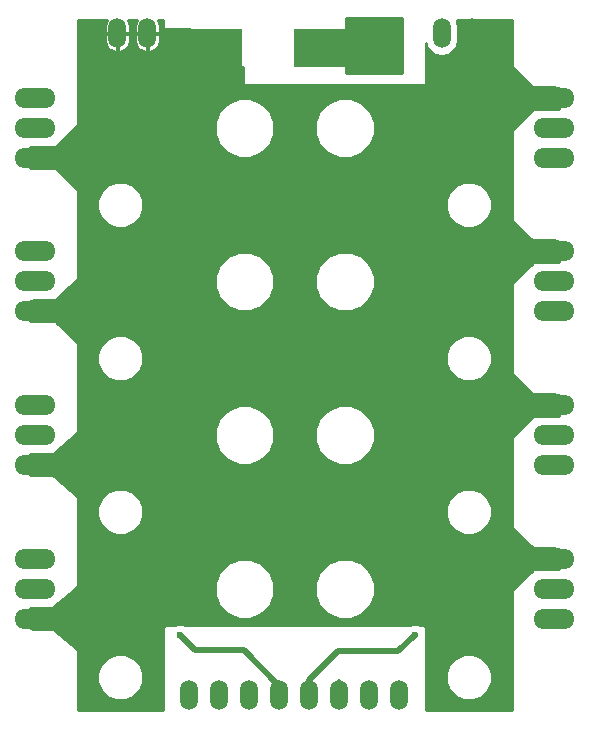
<source format=gbr>
G04 #@! TF.FileFunction,Copper,L2,Bot,Signal*
%FSLAX46Y46*%
G04 Gerber Fmt 4.6, Leading zero omitted, Abs format (unit mm)*
G04 Created by KiCad (PCBNEW 4.0.4-stable) date 08/22/17 11:56:14*
%MOMM*%
%LPD*%
G01*
G04 APERTURE LIST*
%ADD10C,0.100000*%
%ADD11O,3.500120X1.699260*%
%ADD12O,1.520000X2.520000*%
%ADD13R,4.500000X3.300000*%
%ADD14C,0.600000*%
%ADD15C,0.250000*%
%ADD16C,2.000000*%
%ADD17C,0.350000*%
%ADD18C,0.500000*%
%ADD19C,0.254000*%
G04 APERTURE END LIST*
D10*
D11*
X177000000Y-80000000D03*
X177000000Y-82540000D03*
X177000000Y-77460000D03*
X133000000Y-80000000D03*
X133000000Y-77460000D03*
X133000000Y-82540000D03*
D12*
X140000000Y-72000000D03*
X142540000Y-72000000D03*
X170000000Y-72000000D03*
X167460000Y-72000000D03*
D11*
X177000000Y-119000000D03*
X177000000Y-121540000D03*
X177000000Y-116460000D03*
X177000000Y-106000000D03*
X177000000Y-108540000D03*
X177000000Y-103460000D03*
X177000000Y-93000000D03*
X177000000Y-95540000D03*
X177000000Y-90460000D03*
X133000000Y-93000000D03*
X133000000Y-90460000D03*
X133000000Y-95540000D03*
X133000000Y-106000000D03*
X133000000Y-103460000D03*
X133000000Y-108540000D03*
X133000000Y-119000000D03*
X133000000Y-116460000D03*
X133000000Y-121540000D03*
D12*
X146100000Y-128000000D03*
X148640000Y-128000000D03*
X151180000Y-128000000D03*
X153720000Y-128000000D03*
X156260000Y-128000000D03*
X158800000Y-128000000D03*
X161340000Y-128000000D03*
X163880000Y-128000000D03*
D13*
X157150000Y-73250000D03*
X148350000Y-73250000D03*
D14*
X142900000Y-77500000D03*
X142000000Y-77500000D03*
X141100000Y-77500000D03*
X141900000Y-93000000D03*
X141900000Y-106100000D03*
X141900000Y-119100000D03*
X168100000Y-119100000D03*
X169000000Y-119100000D03*
X169900000Y-119100000D03*
X168100000Y-80000000D03*
X169000000Y-80000000D03*
X169900000Y-80000000D03*
X168100000Y-93100000D03*
X169000000Y-93100000D03*
X169900000Y-93100000D03*
X168100000Y-106100000D03*
X169000000Y-106100000D03*
X169900000Y-106100000D03*
X140100000Y-93000000D03*
X141000000Y-93000000D03*
X141000000Y-106100000D03*
X140100000Y-106100000D03*
X140100000Y-119100000D03*
X141000000Y-119100000D03*
X163750000Y-75000000D03*
X163750000Y-74000000D03*
X163750000Y-73000000D03*
X163750000Y-72000000D03*
X163750000Y-71000000D03*
X159750000Y-71000000D03*
X160750000Y-71000000D03*
X161750000Y-71000000D03*
X162750000Y-71000000D03*
X159750000Y-75000000D03*
X161750000Y-75000000D03*
X160750000Y-75000000D03*
X162750000Y-75000000D03*
X162750000Y-73000000D03*
X161750000Y-73000000D03*
X160750000Y-73000000D03*
X159750000Y-73000000D03*
X159750000Y-74000000D03*
X160750000Y-74000000D03*
X161750000Y-74000000D03*
X162750000Y-74000000D03*
X159750000Y-72000000D03*
X160750000Y-72000000D03*
X161750000Y-72000000D03*
X162750000Y-72000000D03*
X165200000Y-122900000D03*
X145300000Y-122900000D03*
D15*
X142000000Y-77500000D02*
X142900000Y-77500000D01*
X142000000Y-77500000D02*
X141100000Y-77500000D01*
X141000000Y-93000000D02*
X141900000Y-93000000D01*
X141000000Y-106100000D02*
X141900000Y-106100000D01*
X141000000Y-119100000D02*
X141900000Y-119100000D01*
X169000000Y-119100000D02*
X168100000Y-119100000D01*
X169000000Y-119100000D02*
X169900000Y-119100000D01*
X169000000Y-80000000D02*
X168100000Y-80000000D01*
X169000000Y-80000000D02*
X169900000Y-80000000D01*
X169000000Y-93100000D02*
X168100000Y-93100000D01*
X169000000Y-93100000D02*
X169900000Y-93100000D01*
X169000000Y-106100000D02*
X168100000Y-106100000D01*
X169000000Y-106100000D02*
X169900000Y-106100000D01*
D16*
X133000000Y-82540000D02*
X137710000Y-82540000D01*
X137710000Y-82540000D02*
X137750000Y-82500000D01*
D15*
X141000000Y-93000000D02*
X140100000Y-93000000D01*
X141000000Y-106100000D02*
X142000000Y-106100000D01*
X141000000Y-106100000D02*
X140100000Y-106100000D01*
X141000000Y-106100000D02*
X142000000Y-106100000D01*
X141000000Y-119100000D02*
X140100000Y-119100000D01*
X148350000Y-73250000D02*
X146000000Y-73250000D01*
X144750000Y-72000000D02*
X142540000Y-72000000D01*
X146000000Y-73250000D02*
X144750000Y-72000000D01*
D16*
X177000000Y-77460000D02*
X172290000Y-77460000D01*
X172290000Y-77460000D02*
X172250000Y-77500000D01*
X133000000Y-108540000D02*
X137210000Y-108540000D01*
X137210000Y-108540000D02*
X137250000Y-108500000D01*
X133000000Y-121540000D02*
X137960000Y-121540000D01*
X137960000Y-121540000D02*
X138000000Y-121500000D01*
X177000000Y-116460000D02*
X172290000Y-116460000D01*
X172290000Y-116460000D02*
X172250000Y-116500000D01*
X177000000Y-103460000D02*
X172460000Y-103460000D01*
X172460000Y-103460000D02*
X172250000Y-103250000D01*
X177000000Y-90460000D02*
X172540000Y-90460000D01*
X172540000Y-90460000D02*
X172500000Y-90500000D01*
X133000000Y-95540000D02*
X137460000Y-95540000D01*
X137460000Y-95540000D02*
X137500000Y-95500000D01*
D17*
X162750000Y-71000000D02*
X163750000Y-71000000D01*
X163750000Y-74000000D02*
X163750000Y-75000000D01*
X163750000Y-72000000D02*
X163750000Y-73000000D01*
X162750000Y-72000000D02*
X162750000Y-71000000D01*
X161750000Y-71000000D02*
X160750000Y-71000000D01*
D15*
X161750000Y-75000000D02*
X160750000Y-75000000D01*
X162750000Y-72000000D02*
X162750000Y-73000000D01*
X161750000Y-73000000D02*
X160750000Y-73000000D01*
X159750000Y-73000000D02*
X159750000Y-74000000D01*
X160750000Y-74000000D02*
X161750000Y-74000000D01*
X162750000Y-74000000D02*
X162750000Y-75000000D01*
X157150000Y-73500000D02*
X158250000Y-73500000D01*
X158250000Y-73500000D02*
X159750000Y-72000000D01*
X160750000Y-72000000D02*
X161750000Y-72000000D01*
D18*
X158800000Y-128000000D02*
X158800000Y-127200000D01*
X158800000Y-128000000D02*
X158800000Y-126950000D01*
X156260000Y-128000000D02*
X156260000Y-126740000D01*
X156260000Y-126740000D02*
X158700000Y-124300000D01*
X163800000Y-124300000D02*
X165200000Y-122900000D01*
X158700000Y-124300000D02*
X163800000Y-124300000D01*
X156260000Y-128000000D02*
X156260000Y-127490000D01*
X153720000Y-128000000D02*
X153720000Y-127220000D01*
X153720000Y-127220000D02*
X150700000Y-124200000D01*
X146600000Y-124200000D02*
X145300000Y-122900000D01*
X150700000Y-124200000D02*
X146600000Y-124200000D01*
X153720000Y-126970000D02*
X153720000Y-128000000D01*
X151180000Y-128000000D02*
X151180000Y-127430000D01*
D19*
G36*
X164123000Y-75373000D02*
X159377000Y-75373000D01*
X159377000Y-70710000D01*
X164123000Y-70710000D01*
X164123000Y-75373000D01*
X164123000Y-75373000D01*
G37*
X164123000Y-75373000D02*
X159377000Y-75373000D01*
X159377000Y-70710000D01*
X164123000Y-70710000D01*
X164123000Y-75373000D01*
G36*
X139002507Y-71059332D02*
X138909800Y-71474600D01*
X138909800Y-71974600D01*
X139974600Y-71974600D01*
X139974600Y-71954600D01*
X140025400Y-71954600D01*
X140025400Y-71974600D01*
X141090200Y-71974600D01*
X141090200Y-71474600D01*
X140997493Y-71059332D01*
X140869421Y-70877000D01*
X141670579Y-70877000D01*
X141542507Y-71059332D01*
X141449800Y-71474600D01*
X141449800Y-71974600D01*
X142514600Y-71974600D01*
X142514600Y-71954600D01*
X142565400Y-71954600D01*
X142565400Y-71974600D01*
X143630200Y-71974600D01*
X143630200Y-71474600D01*
X143537493Y-71059332D01*
X143409421Y-70877000D01*
X143873000Y-70877000D01*
X143873000Y-71500000D01*
X143883006Y-71549410D01*
X143911447Y-71591035D01*
X143953841Y-71618315D01*
X144000000Y-71627000D01*
X146123000Y-71627000D01*
X146123000Y-74750000D01*
X146133006Y-74799410D01*
X146161447Y-74841035D01*
X146203841Y-74868315D01*
X146250000Y-74877000D01*
X150623000Y-74877000D01*
X150623000Y-76250000D01*
X150633006Y-76299410D01*
X150661447Y-76341035D01*
X150703841Y-76368315D01*
X150750000Y-76377000D01*
X166000000Y-76377000D01*
X166049410Y-76366994D01*
X166091035Y-76338553D01*
X166118315Y-76296159D01*
X166127000Y-76250000D01*
X166127000Y-72848820D01*
X166171188Y-73070968D01*
X166473586Y-73523539D01*
X166926157Y-73825937D01*
X167460000Y-73932125D01*
X167993843Y-73825937D01*
X168446414Y-73523539D01*
X168748812Y-73070968D01*
X168855000Y-72537125D01*
X168855000Y-71462875D01*
X168748812Y-70929032D01*
X168714045Y-70877000D01*
X173373000Y-70877000D01*
X173373000Y-74750000D01*
X173383006Y-74799410D01*
X173410197Y-74839803D01*
X175160197Y-76589803D01*
X175202211Y-76617666D01*
X175250000Y-76627000D01*
X177373000Y-76627000D01*
X177373000Y-78373000D01*
X175250000Y-78373000D01*
X175200590Y-78383006D01*
X175160197Y-78410197D01*
X173410197Y-80160197D01*
X173382334Y-80202211D01*
X173373000Y-80250000D01*
X173373000Y-87750000D01*
X173383006Y-87799410D01*
X173410197Y-87839803D01*
X175160197Y-89589803D01*
X175202211Y-89617666D01*
X175250000Y-89627000D01*
X177373000Y-89627000D01*
X177373000Y-91373000D01*
X175250000Y-91373000D01*
X175200590Y-91383006D01*
X175160197Y-91410197D01*
X173410197Y-93160197D01*
X173382334Y-93202211D01*
X173373000Y-93250000D01*
X173373000Y-100750000D01*
X173383006Y-100799410D01*
X173410197Y-100839803D01*
X175160197Y-102589803D01*
X175202211Y-102617666D01*
X175250000Y-102627000D01*
X177373000Y-102627000D01*
X177373000Y-104373000D01*
X175250000Y-104373000D01*
X175200590Y-104383006D01*
X175160197Y-104410197D01*
X173410197Y-106160197D01*
X173382334Y-106202211D01*
X173373000Y-106250000D01*
X173373000Y-113750000D01*
X173383006Y-113799410D01*
X173410197Y-113839803D01*
X175160197Y-115589803D01*
X175202211Y-115617666D01*
X175250000Y-115627000D01*
X177373000Y-115627000D01*
X177373000Y-117373000D01*
X175250000Y-117373000D01*
X175200590Y-117383006D01*
X175160197Y-117410197D01*
X173410197Y-119160197D01*
X173382334Y-119202211D01*
X173373000Y-119250000D01*
X173373000Y-129290000D01*
X166127000Y-129290000D01*
X166127000Y-126883207D01*
X167814665Y-126883207D01*
X168108630Y-127594658D01*
X168652479Y-128139457D01*
X169363416Y-128434663D01*
X170133207Y-128435335D01*
X170844658Y-128141370D01*
X171389457Y-127597521D01*
X171684663Y-126886584D01*
X171685335Y-126116793D01*
X171391370Y-125405342D01*
X170847521Y-124860543D01*
X170136584Y-124565337D01*
X169366793Y-124564665D01*
X168655342Y-124858630D01*
X168110543Y-125402479D01*
X167815337Y-126113416D01*
X167814665Y-126883207D01*
X166127000Y-126883207D01*
X166127000Y-123105675D01*
X166134838Y-123086799D01*
X166135162Y-122714833D01*
X166127000Y-122695079D01*
X166127000Y-122250000D01*
X166116994Y-122200590D01*
X166088553Y-122158965D01*
X166046159Y-122131685D01*
X166000000Y-122123000D01*
X165745493Y-122123000D01*
X165730327Y-122107808D01*
X165386799Y-121965162D01*
X165014833Y-121964838D01*
X164671057Y-122106883D01*
X164654912Y-122123000D01*
X145845493Y-122123000D01*
X145830327Y-122107808D01*
X145486799Y-121965162D01*
X145114833Y-121964838D01*
X144771057Y-122106883D01*
X144754912Y-122123000D01*
X144000000Y-122123000D01*
X143950590Y-122133006D01*
X143908965Y-122161447D01*
X143881685Y-122203841D01*
X143873000Y-122250000D01*
X143873000Y-129290000D01*
X136627000Y-129290000D01*
X136627000Y-126883207D01*
X138314665Y-126883207D01*
X138608630Y-127594658D01*
X139152479Y-128139457D01*
X139863416Y-128434663D01*
X140633207Y-128435335D01*
X141344658Y-128141370D01*
X141889457Y-127597521D01*
X142184663Y-126886584D01*
X142185335Y-126116793D01*
X141891370Y-125405342D01*
X141347521Y-124860543D01*
X140636584Y-124565337D01*
X139866793Y-124564665D01*
X139155342Y-124858630D01*
X138610543Y-125402479D01*
X138315337Y-126113416D01*
X138314665Y-126883207D01*
X136627000Y-126883207D01*
X136627000Y-124250000D01*
X136616994Y-124200590D01*
X136583630Y-124154423D01*
X134583630Y-122404423D01*
X134539856Y-122379416D01*
X134500000Y-122373000D01*
X132627000Y-122373000D01*
X132627000Y-120627000D01*
X134500000Y-120627000D01*
X134549410Y-120616994D01*
X134583630Y-120595577D01*
X135833415Y-119502015D01*
X148228641Y-119502015D01*
X148613746Y-120434041D01*
X149326208Y-121147748D01*
X150257561Y-121534479D01*
X151266015Y-121535359D01*
X152198041Y-121150254D01*
X152911748Y-120437792D01*
X153298479Y-119506439D01*
X153298482Y-119502015D01*
X156700641Y-119502015D01*
X157085746Y-120434041D01*
X157798208Y-121147748D01*
X158729561Y-121534479D01*
X159738015Y-121535359D01*
X160670041Y-121150254D01*
X161383748Y-120437792D01*
X161770479Y-119506439D01*
X161771359Y-118497985D01*
X161386254Y-117565959D01*
X160673792Y-116852252D01*
X159742439Y-116465521D01*
X158733985Y-116464641D01*
X157801959Y-116849746D01*
X157088252Y-117562208D01*
X156701521Y-118493561D01*
X156700641Y-119502015D01*
X153298482Y-119502015D01*
X153299359Y-118497985D01*
X152914254Y-117565959D01*
X152201792Y-116852252D01*
X151270439Y-116465521D01*
X150261985Y-116464641D01*
X149329959Y-116849746D01*
X148616252Y-117562208D01*
X148229521Y-118493561D01*
X148228641Y-119502015D01*
X135833415Y-119502015D01*
X136583630Y-118845577D01*
X136614226Y-118805510D01*
X136627000Y-118750000D01*
X136627000Y-112883207D01*
X138314665Y-112883207D01*
X138608630Y-113594658D01*
X139152479Y-114139457D01*
X139863416Y-114434663D01*
X140633207Y-114435335D01*
X141344658Y-114141370D01*
X141889457Y-113597521D01*
X142184663Y-112886584D01*
X142184665Y-112883207D01*
X167814665Y-112883207D01*
X168108630Y-113594658D01*
X168652479Y-114139457D01*
X169363416Y-114434663D01*
X170133207Y-114435335D01*
X170844658Y-114141370D01*
X171389457Y-113597521D01*
X171684663Y-112886584D01*
X171685335Y-112116793D01*
X171391370Y-111405342D01*
X170847521Y-110860543D01*
X170136584Y-110565337D01*
X169366793Y-110564665D01*
X168655342Y-110858630D01*
X168110543Y-111402479D01*
X167815337Y-112113416D01*
X167814665Y-112883207D01*
X142184665Y-112883207D01*
X142185335Y-112116793D01*
X141891370Y-111405342D01*
X141347521Y-110860543D01*
X140636584Y-110565337D01*
X139866793Y-110564665D01*
X139155342Y-110858630D01*
X138610543Y-111402479D01*
X138315337Y-112113416D01*
X138314665Y-112883207D01*
X136627000Y-112883207D01*
X136627000Y-111250000D01*
X136616994Y-111200590D01*
X136583630Y-111154423D01*
X134583630Y-109404423D01*
X134539856Y-109379416D01*
X134500000Y-109373000D01*
X132627000Y-109373000D01*
X132627000Y-107627000D01*
X134500000Y-107627000D01*
X134549410Y-107616994D01*
X134583630Y-107595577D01*
X135833415Y-106502015D01*
X148228641Y-106502015D01*
X148613746Y-107434041D01*
X149326208Y-108147748D01*
X150257561Y-108534479D01*
X151266015Y-108535359D01*
X152198041Y-108150254D01*
X152911748Y-107437792D01*
X153298479Y-106506439D01*
X153298482Y-106502015D01*
X156700641Y-106502015D01*
X157085746Y-107434041D01*
X157798208Y-108147748D01*
X158729561Y-108534479D01*
X159738015Y-108535359D01*
X160670041Y-108150254D01*
X161383748Y-107437792D01*
X161770479Y-106506439D01*
X161771359Y-105497985D01*
X161386254Y-104565959D01*
X160673792Y-103852252D01*
X159742439Y-103465521D01*
X158733985Y-103464641D01*
X157801959Y-103849746D01*
X157088252Y-104562208D01*
X156701521Y-105493561D01*
X156700641Y-106502015D01*
X153298482Y-106502015D01*
X153299359Y-105497985D01*
X152914254Y-104565959D01*
X152201792Y-103852252D01*
X151270439Y-103465521D01*
X150261985Y-103464641D01*
X149329959Y-103849746D01*
X148616252Y-104562208D01*
X148229521Y-105493561D01*
X148228641Y-106502015D01*
X135833415Y-106502015D01*
X136583630Y-105845577D01*
X136614226Y-105805510D01*
X136627000Y-105750000D01*
X136627000Y-99883207D01*
X138314665Y-99883207D01*
X138608630Y-100594658D01*
X139152479Y-101139457D01*
X139863416Y-101434663D01*
X140633207Y-101435335D01*
X141344658Y-101141370D01*
X141889457Y-100597521D01*
X142184663Y-99886584D01*
X142184665Y-99883207D01*
X167814665Y-99883207D01*
X168108630Y-100594658D01*
X168652479Y-101139457D01*
X169363416Y-101434663D01*
X170133207Y-101435335D01*
X170844658Y-101141370D01*
X171389457Y-100597521D01*
X171684663Y-99886584D01*
X171685335Y-99116793D01*
X171391370Y-98405342D01*
X170847521Y-97860543D01*
X170136584Y-97565337D01*
X169366793Y-97564665D01*
X168655342Y-97858630D01*
X168110543Y-98402479D01*
X167815337Y-99113416D01*
X167814665Y-99883207D01*
X142184665Y-99883207D01*
X142185335Y-99116793D01*
X141891370Y-98405342D01*
X141347521Y-97860543D01*
X140636584Y-97565337D01*
X139866793Y-97564665D01*
X139155342Y-97858630D01*
X138610543Y-98402479D01*
X138315337Y-99113416D01*
X138314665Y-99883207D01*
X136627000Y-99883207D01*
X136627000Y-98250000D01*
X136616994Y-98200590D01*
X136589803Y-98160197D01*
X134839803Y-96410197D01*
X134797789Y-96382334D01*
X134750000Y-96373000D01*
X132627000Y-96373000D01*
X132627000Y-94627000D01*
X134750000Y-94627000D01*
X134799410Y-94616994D01*
X134839803Y-94589803D01*
X135927591Y-93502015D01*
X148228641Y-93502015D01*
X148613746Y-94434041D01*
X149326208Y-95147748D01*
X150257561Y-95534479D01*
X151266015Y-95535359D01*
X152198041Y-95150254D01*
X152911748Y-94437792D01*
X153298479Y-93506439D01*
X153298482Y-93502015D01*
X156700641Y-93502015D01*
X157085746Y-94434041D01*
X157798208Y-95147748D01*
X158729561Y-95534479D01*
X159738015Y-95535359D01*
X160670041Y-95150254D01*
X161383748Y-94437792D01*
X161770479Y-93506439D01*
X161771359Y-92497985D01*
X161386254Y-91565959D01*
X160673792Y-90852252D01*
X159742439Y-90465521D01*
X158733985Y-90464641D01*
X157801959Y-90849746D01*
X157088252Y-91562208D01*
X156701521Y-92493561D01*
X156700641Y-93502015D01*
X153298482Y-93502015D01*
X153299359Y-92497985D01*
X152914254Y-91565959D01*
X152201792Y-90852252D01*
X151270439Y-90465521D01*
X150261985Y-90464641D01*
X149329959Y-90849746D01*
X148616252Y-91562208D01*
X148229521Y-92493561D01*
X148228641Y-93502015D01*
X135927591Y-93502015D01*
X136589803Y-92839803D01*
X136617666Y-92797789D01*
X136627000Y-92750000D01*
X136627000Y-86883207D01*
X138314665Y-86883207D01*
X138608630Y-87594658D01*
X139152479Y-88139457D01*
X139863416Y-88434663D01*
X140633207Y-88435335D01*
X141344658Y-88141370D01*
X141889457Y-87597521D01*
X142184663Y-86886584D01*
X142184665Y-86883207D01*
X167814665Y-86883207D01*
X168108630Y-87594658D01*
X168652479Y-88139457D01*
X169363416Y-88434663D01*
X170133207Y-88435335D01*
X170844658Y-88141370D01*
X171389457Y-87597521D01*
X171684663Y-86886584D01*
X171685335Y-86116793D01*
X171391370Y-85405342D01*
X170847521Y-84860543D01*
X170136584Y-84565337D01*
X169366793Y-84564665D01*
X168655342Y-84858630D01*
X168110543Y-85402479D01*
X167815337Y-86113416D01*
X167814665Y-86883207D01*
X142184665Y-86883207D01*
X142185335Y-86116793D01*
X141891370Y-85405342D01*
X141347521Y-84860543D01*
X140636584Y-84565337D01*
X139866793Y-84564665D01*
X139155342Y-84858630D01*
X138610543Y-85402479D01*
X138315337Y-86113416D01*
X138314665Y-86883207D01*
X136627000Y-86883207D01*
X136627000Y-85250000D01*
X136616994Y-85200590D01*
X136589803Y-85160197D01*
X134839803Y-83410197D01*
X134797789Y-83382334D01*
X134750000Y-83373000D01*
X132627000Y-83373000D01*
X132627000Y-81627000D01*
X134750000Y-81627000D01*
X134799410Y-81616994D01*
X134839803Y-81589803D01*
X135927591Y-80502015D01*
X148228641Y-80502015D01*
X148613746Y-81434041D01*
X149326208Y-82147748D01*
X150257561Y-82534479D01*
X151266015Y-82535359D01*
X152198041Y-82150254D01*
X152911748Y-81437792D01*
X153298479Y-80506439D01*
X153298482Y-80502015D01*
X156700641Y-80502015D01*
X157085746Y-81434041D01*
X157798208Y-82147748D01*
X158729561Y-82534479D01*
X159738015Y-82535359D01*
X160670041Y-82150254D01*
X161383748Y-81437792D01*
X161770479Y-80506439D01*
X161771359Y-79497985D01*
X161386254Y-78565959D01*
X160673792Y-77852252D01*
X159742439Y-77465521D01*
X158733985Y-77464641D01*
X157801959Y-77849746D01*
X157088252Y-78562208D01*
X156701521Y-79493561D01*
X156700641Y-80502015D01*
X153298482Y-80502015D01*
X153299359Y-79497985D01*
X152914254Y-78565959D01*
X152201792Y-77852252D01*
X151270439Y-77465521D01*
X150261985Y-77464641D01*
X149329959Y-77849746D01*
X148616252Y-78562208D01*
X148229521Y-79493561D01*
X148228641Y-80502015D01*
X135927591Y-80502015D01*
X136589803Y-79839803D01*
X136617666Y-79797789D01*
X136627000Y-79750000D01*
X136627000Y-72025400D01*
X138909800Y-72025400D01*
X138909800Y-72525400D01*
X139002507Y-72940668D01*
X139247073Y-73288848D01*
X139606265Y-73516933D01*
X139804414Y-73572512D01*
X139974600Y-73507330D01*
X139974600Y-72025400D01*
X140025400Y-72025400D01*
X140025400Y-73507330D01*
X140195586Y-73572512D01*
X140393735Y-73516933D01*
X140752927Y-73288848D01*
X140997493Y-72940668D01*
X141090200Y-72525400D01*
X141090200Y-72025400D01*
X141449800Y-72025400D01*
X141449800Y-72525400D01*
X141542507Y-72940668D01*
X141787073Y-73288848D01*
X142146265Y-73516933D01*
X142344414Y-73572512D01*
X142514600Y-73507330D01*
X142514600Y-72025400D01*
X142565400Y-72025400D01*
X142565400Y-73507330D01*
X142735586Y-73572512D01*
X142933735Y-73516933D01*
X143292927Y-73288848D01*
X143537493Y-72940668D01*
X143630200Y-72525400D01*
X143630200Y-72025400D01*
X142565400Y-72025400D01*
X142514600Y-72025400D01*
X141449800Y-72025400D01*
X141090200Y-72025400D01*
X140025400Y-72025400D01*
X139974600Y-72025400D01*
X138909800Y-72025400D01*
X136627000Y-72025400D01*
X136627000Y-70877000D01*
X139130579Y-70877000D01*
X139002507Y-71059332D01*
X139002507Y-71059332D01*
G37*
X139002507Y-71059332D02*
X138909800Y-71474600D01*
X138909800Y-71974600D01*
X139974600Y-71974600D01*
X139974600Y-71954600D01*
X140025400Y-71954600D01*
X140025400Y-71974600D01*
X141090200Y-71974600D01*
X141090200Y-71474600D01*
X140997493Y-71059332D01*
X140869421Y-70877000D01*
X141670579Y-70877000D01*
X141542507Y-71059332D01*
X141449800Y-71474600D01*
X141449800Y-71974600D01*
X142514600Y-71974600D01*
X142514600Y-71954600D01*
X142565400Y-71954600D01*
X142565400Y-71974600D01*
X143630200Y-71974600D01*
X143630200Y-71474600D01*
X143537493Y-71059332D01*
X143409421Y-70877000D01*
X143873000Y-70877000D01*
X143873000Y-71500000D01*
X143883006Y-71549410D01*
X143911447Y-71591035D01*
X143953841Y-71618315D01*
X144000000Y-71627000D01*
X146123000Y-71627000D01*
X146123000Y-74750000D01*
X146133006Y-74799410D01*
X146161447Y-74841035D01*
X146203841Y-74868315D01*
X146250000Y-74877000D01*
X150623000Y-74877000D01*
X150623000Y-76250000D01*
X150633006Y-76299410D01*
X150661447Y-76341035D01*
X150703841Y-76368315D01*
X150750000Y-76377000D01*
X166000000Y-76377000D01*
X166049410Y-76366994D01*
X166091035Y-76338553D01*
X166118315Y-76296159D01*
X166127000Y-76250000D01*
X166127000Y-72848820D01*
X166171188Y-73070968D01*
X166473586Y-73523539D01*
X166926157Y-73825937D01*
X167460000Y-73932125D01*
X167993843Y-73825937D01*
X168446414Y-73523539D01*
X168748812Y-73070968D01*
X168855000Y-72537125D01*
X168855000Y-71462875D01*
X168748812Y-70929032D01*
X168714045Y-70877000D01*
X173373000Y-70877000D01*
X173373000Y-74750000D01*
X173383006Y-74799410D01*
X173410197Y-74839803D01*
X175160197Y-76589803D01*
X175202211Y-76617666D01*
X175250000Y-76627000D01*
X177373000Y-76627000D01*
X177373000Y-78373000D01*
X175250000Y-78373000D01*
X175200590Y-78383006D01*
X175160197Y-78410197D01*
X173410197Y-80160197D01*
X173382334Y-80202211D01*
X173373000Y-80250000D01*
X173373000Y-87750000D01*
X173383006Y-87799410D01*
X173410197Y-87839803D01*
X175160197Y-89589803D01*
X175202211Y-89617666D01*
X175250000Y-89627000D01*
X177373000Y-89627000D01*
X177373000Y-91373000D01*
X175250000Y-91373000D01*
X175200590Y-91383006D01*
X175160197Y-91410197D01*
X173410197Y-93160197D01*
X173382334Y-93202211D01*
X173373000Y-93250000D01*
X173373000Y-100750000D01*
X173383006Y-100799410D01*
X173410197Y-100839803D01*
X175160197Y-102589803D01*
X175202211Y-102617666D01*
X175250000Y-102627000D01*
X177373000Y-102627000D01*
X177373000Y-104373000D01*
X175250000Y-104373000D01*
X175200590Y-104383006D01*
X175160197Y-104410197D01*
X173410197Y-106160197D01*
X173382334Y-106202211D01*
X173373000Y-106250000D01*
X173373000Y-113750000D01*
X173383006Y-113799410D01*
X173410197Y-113839803D01*
X175160197Y-115589803D01*
X175202211Y-115617666D01*
X175250000Y-115627000D01*
X177373000Y-115627000D01*
X177373000Y-117373000D01*
X175250000Y-117373000D01*
X175200590Y-117383006D01*
X175160197Y-117410197D01*
X173410197Y-119160197D01*
X173382334Y-119202211D01*
X173373000Y-119250000D01*
X173373000Y-129290000D01*
X166127000Y-129290000D01*
X166127000Y-126883207D01*
X167814665Y-126883207D01*
X168108630Y-127594658D01*
X168652479Y-128139457D01*
X169363416Y-128434663D01*
X170133207Y-128435335D01*
X170844658Y-128141370D01*
X171389457Y-127597521D01*
X171684663Y-126886584D01*
X171685335Y-126116793D01*
X171391370Y-125405342D01*
X170847521Y-124860543D01*
X170136584Y-124565337D01*
X169366793Y-124564665D01*
X168655342Y-124858630D01*
X168110543Y-125402479D01*
X167815337Y-126113416D01*
X167814665Y-126883207D01*
X166127000Y-126883207D01*
X166127000Y-123105675D01*
X166134838Y-123086799D01*
X166135162Y-122714833D01*
X166127000Y-122695079D01*
X166127000Y-122250000D01*
X166116994Y-122200590D01*
X166088553Y-122158965D01*
X166046159Y-122131685D01*
X166000000Y-122123000D01*
X165745493Y-122123000D01*
X165730327Y-122107808D01*
X165386799Y-121965162D01*
X165014833Y-121964838D01*
X164671057Y-122106883D01*
X164654912Y-122123000D01*
X145845493Y-122123000D01*
X145830327Y-122107808D01*
X145486799Y-121965162D01*
X145114833Y-121964838D01*
X144771057Y-122106883D01*
X144754912Y-122123000D01*
X144000000Y-122123000D01*
X143950590Y-122133006D01*
X143908965Y-122161447D01*
X143881685Y-122203841D01*
X143873000Y-122250000D01*
X143873000Y-129290000D01*
X136627000Y-129290000D01*
X136627000Y-126883207D01*
X138314665Y-126883207D01*
X138608630Y-127594658D01*
X139152479Y-128139457D01*
X139863416Y-128434663D01*
X140633207Y-128435335D01*
X141344658Y-128141370D01*
X141889457Y-127597521D01*
X142184663Y-126886584D01*
X142185335Y-126116793D01*
X141891370Y-125405342D01*
X141347521Y-124860543D01*
X140636584Y-124565337D01*
X139866793Y-124564665D01*
X139155342Y-124858630D01*
X138610543Y-125402479D01*
X138315337Y-126113416D01*
X138314665Y-126883207D01*
X136627000Y-126883207D01*
X136627000Y-124250000D01*
X136616994Y-124200590D01*
X136583630Y-124154423D01*
X134583630Y-122404423D01*
X134539856Y-122379416D01*
X134500000Y-122373000D01*
X132627000Y-122373000D01*
X132627000Y-120627000D01*
X134500000Y-120627000D01*
X134549410Y-120616994D01*
X134583630Y-120595577D01*
X135833415Y-119502015D01*
X148228641Y-119502015D01*
X148613746Y-120434041D01*
X149326208Y-121147748D01*
X150257561Y-121534479D01*
X151266015Y-121535359D01*
X152198041Y-121150254D01*
X152911748Y-120437792D01*
X153298479Y-119506439D01*
X153298482Y-119502015D01*
X156700641Y-119502015D01*
X157085746Y-120434041D01*
X157798208Y-121147748D01*
X158729561Y-121534479D01*
X159738015Y-121535359D01*
X160670041Y-121150254D01*
X161383748Y-120437792D01*
X161770479Y-119506439D01*
X161771359Y-118497985D01*
X161386254Y-117565959D01*
X160673792Y-116852252D01*
X159742439Y-116465521D01*
X158733985Y-116464641D01*
X157801959Y-116849746D01*
X157088252Y-117562208D01*
X156701521Y-118493561D01*
X156700641Y-119502015D01*
X153298482Y-119502015D01*
X153299359Y-118497985D01*
X152914254Y-117565959D01*
X152201792Y-116852252D01*
X151270439Y-116465521D01*
X150261985Y-116464641D01*
X149329959Y-116849746D01*
X148616252Y-117562208D01*
X148229521Y-118493561D01*
X148228641Y-119502015D01*
X135833415Y-119502015D01*
X136583630Y-118845577D01*
X136614226Y-118805510D01*
X136627000Y-118750000D01*
X136627000Y-112883207D01*
X138314665Y-112883207D01*
X138608630Y-113594658D01*
X139152479Y-114139457D01*
X139863416Y-114434663D01*
X140633207Y-114435335D01*
X141344658Y-114141370D01*
X141889457Y-113597521D01*
X142184663Y-112886584D01*
X142184665Y-112883207D01*
X167814665Y-112883207D01*
X168108630Y-113594658D01*
X168652479Y-114139457D01*
X169363416Y-114434663D01*
X170133207Y-114435335D01*
X170844658Y-114141370D01*
X171389457Y-113597521D01*
X171684663Y-112886584D01*
X171685335Y-112116793D01*
X171391370Y-111405342D01*
X170847521Y-110860543D01*
X170136584Y-110565337D01*
X169366793Y-110564665D01*
X168655342Y-110858630D01*
X168110543Y-111402479D01*
X167815337Y-112113416D01*
X167814665Y-112883207D01*
X142184665Y-112883207D01*
X142185335Y-112116793D01*
X141891370Y-111405342D01*
X141347521Y-110860543D01*
X140636584Y-110565337D01*
X139866793Y-110564665D01*
X139155342Y-110858630D01*
X138610543Y-111402479D01*
X138315337Y-112113416D01*
X138314665Y-112883207D01*
X136627000Y-112883207D01*
X136627000Y-111250000D01*
X136616994Y-111200590D01*
X136583630Y-111154423D01*
X134583630Y-109404423D01*
X134539856Y-109379416D01*
X134500000Y-109373000D01*
X132627000Y-109373000D01*
X132627000Y-107627000D01*
X134500000Y-107627000D01*
X134549410Y-107616994D01*
X134583630Y-107595577D01*
X135833415Y-106502015D01*
X148228641Y-106502015D01*
X148613746Y-107434041D01*
X149326208Y-108147748D01*
X150257561Y-108534479D01*
X151266015Y-108535359D01*
X152198041Y-108150254D01*
X152911748Y-107437792D01*
X153298479Y-106506439D01*
X153298482Y-106502015D01*
X156700641Y-106502015D01*
X157085746Y-107434041D01*
X157798208Y-108147748D01*
X158729561Y-108534479D01*
X159738015Y-108535359D01*
X160670041Y-108150254D01*
X161383748Y-107437792D01*
X161770479Y-106506439D01*
X161771359Y-105497985D01*
X161386254Y-104565959D01*
X160673792Y-103852252D01*
X159742439Y-103465521D01*
X158733985Y-103464641D01*
X157801959Y-103849746D01*
X157088252Y-104562208D01*
X156701521Y-105493561D01*
X156700641Y-106502015D01*
X153298482Y-106502015D01*
X153299359Y-105497985D01*
X152914254Y-104565959D01*
X152201792Y-103852252D01*
X151270439Y-103465521D01*
X150261985Y-103464641D01*
X149329959Y-103849746D01*
X148616252Y-104562208D01*
X148229521Y-105493561D01*
X148228641Y-106502015D01*
X135833415Y-106502015D01*
X136583630Y-105845577D01*
X136614226Y-105805510D01*
X136627000Y-105750000D01*
X136627000Y-99883207D01*
X138314665Y-99883207D01*
X138608630Y-100594658D01*
X139152479Y-101139457D01*
X139863416Y-101434663D01*
X140633207Y-101435335D01*
X141344658Y-101141370D01*
X141889457Y-100597521D01*
X142184663Y-99886584D01*
X142184665Y-99883207D01*
X167814665Y-99883207D01*
X168108630Y-100594658D01*
X168652479Y-101139457D01*
X169363416Y-101434663D01*
X170133207Y-101435335D01*
X170844658Y-101141370D01*
X171389457Y-100597521D01*
X171684663Y-99886584D01*
X171685335Y-99116793D01*
X171391370Y-98405342D01*
X170847521Y-97860543D01*
X170136584Y-97565337D01*
X169366793Y-97564665D01*
X168655342Y-97858630D01*
X168110543Y-98402479D01*
X167815337Y-99113416D01*
X167814665Y-99883207D01*
X142184665Y-99883207D01*
X142185335Y-99116793D01*
X141891370Y-98405342D01*
X141347521Y-97860543D01*
X140636584Y-97565337D01*
X139866793Y-97564665D01*
X139155342Y-97858630D01*
X138610543Y-98402479D01*
X138315337Y-99113416D01*
X138314665Y-99883207D01*
X136627000Y-99883207D01*
X136627000Y-98250000D01*
X136616994Y-98200590D01*
X136589803Y-98160197D01*
X134839803Y-96410197D01*
X134797789Y-96382334D01*
X134750000Y-96373000D01*
X132627000Y-96373000D01*
X132627000Y-94627000D01*
X134750000Y-94627000D01*
X134799410Y-94616994D01*
X134839803Y-94589803D01*
X135927591Y-93502015D01*
X148228641Y-93502015D01*
X148613746Y-94434041D01*
X149326208Y-95147748D01*
X150257561Y-95534479D01*
X151266015Y-95535359D01*
X152198041Y-95150254D01*
X152911748Y-94437792D01*
X153298479Y-93506439D01*
X153298482Y-93502015D01*
X156700641Y-93502015D01*
X157085746Y-94434041D01*
X157798208Y-95147748D01*
X158729561Y-95534479D01*
X159738015Y-95535359D01*
X160670041Y-95150254D01*
X161383748Y-94437792D01*
X161770479Y-93506439D01*
X161771359Y-92497985D01*
X161386254Y-91565959D01*
X160673792Y-90852252D01*
X159742439Y-90465521D01*
X158733985Y-90464641D01*
X157801959Y-90849746D01*
X157088252Y-91562208D01*
X156701521Y-92493561D01*
X156700641Y-93502015D01*
X153298482Y-93502015D01*
X153299359Y-92497985D01*
X152914254Y-91565959D01*
X152201792Y-90852252D01*
X151270439Y-90465521D01*
X150261985Y-90464641D01*
X149329959Y-90849746D01*
X148616252Y-91562208D01*
X148229521Y-92493561D01*
X148228641Y-93502015D01*
X135927591Y-93502015D01*
X136589803Y-92839803D01*
X136617666Y-92797789D01*
X136627000Y-92750000D01*
X136627000Y-86883207D01*
X138314665Y-86883207D01*
X138608630Y-87594658D01*
X139152479Y-88139457D01*
X139863416Y-88434663D01*
X140633207Y-88435335D01*
X141344658Y-88141370D01*
X141889457Y-87597521D01*
X142184663Y-86886584D01*
X142184665Y-86883207D01*
X167814665Y-86883207D01*
X168108630Y-87594658D01*
X168652479Y-88139457D01*
X169363416Y-88434663D01*
X170133207Y-88435335D01*
X170844658Y-88141370D01*
X171389457Y-87597521D01*
X171684663Y-86886584D01*
X171685335Y-86116793D01*
X171391370Y-85405342D01*
X170847521Y-84860543D01*
X170136584Y-84565337D01*
X169366793Y-84564665D01*
X168655342Y-84858630D01*
X168110543Y-85402479D01*
X167815337Y-86113416D01*
X167814665Y-86883207D01*
X142184665Y-86883207D01*
X142185335Y-86116793D01*
X141891370Y-85405342D01*
X141347521Y-84860543D01*
X140636584Y-84565337D01*
X139866793Y-84564665D01*
X139155342Y-84858630D01*
X138610543Y-85402479D01*
X138315337Y-86113416D01*
X138314665Y-86883207D01*
X136627000Y-86883207D01*
X136627000Y-85250000D01*
X136616994Y-85200590D01*
X136589803Y-85160197D01*
X134839803Y-83410197D01*
X134797789Y-83382334D01*
X134750000Y-83373000D01*
X132627000Y-83373000D01*
X132627000Y-81627000D01*
X134750000Y-81627000D01*
X134799410Y-81616994D01*
X134839803Y-81589803D01*
X135927591Y-80502015D01*
X148228641Y-80502015D01*
X148613746Y-81434041D01*
X149326208Y-82147748D01*
X150257561Y-82534479D01*
X151266015Y-82535359D01*
X152198041Y-82150254D01*
X152911748Y-81437792D01*
X153298479Y-80506439D01*
X153298482Y-80502015D01*
X156700641Y-80502015D01*
X157085746Y-81434041D01*
X157798208Y-82147748D01*
X158729561Y-82534479D01*
X159738015Y-82535359D01*
X160670041Y-82150254D01*
X161383748Y-81437792D01*
X161770479Y-80506439D01*
X161771359Y-79497985D01*
X161386254Y-78565959D01*
X160673792Y-77852252D01*
X159742439Y-77465521D01*
X158733985Y-77464641D01*
X157801959Y-77849746D01*
X157088252Y-78562208D01*
X156701521Y-79493561D01*
X156700641Y-80502015D01*
X153298482Y-80502015D01*
X153299359Y-79497985D01*
X152914254Y-78565959D01*
X152201792Y-77852252D01*
X151270439Y-77465521D01*
X150261985Y-77464641D01*
X149329959Y-77849746D01*
X148616252Y-78562208D01*
X148229521Y-79493561D01*
X148228641Y-80502015D01*
X135927591Y-80502015D01*
X136589803Y-79839803D01*
X136617666Y-79797789D01*
X136627000Y-79750000D01*
X136627000Y-72025400D01*
X138909800Y-72025400D01*
X138909800Y-72525400D01*
X139002507Y-72940668D01*
X139247073Y-73288848D01*
X139606265Y-73516933D01*
X139804414Y-73572512D01*
X139974600Y-73507330D01*
X139974600Y-72025400D01*
X140025400Y-72025400D01*
X140025400Y-73507330D01*
X140195586Y-73572512D01*
X140393735Y-73516933D01*
X140752927Y-73288848D01*
X140997493Y-72940668D01*
X141090200Y-72525400D01*
X141090200Y-72025400D01*
X141449800Y-72025400D01*
X141449800Y-72525400D01*
X141542507Y-72940668D01*
X141787073Y-73288848D01*
X142146265Y-73516933D01*
X142344414Y-73572512D01*
X142514600Y-73507330D01*
X142514600Y-72025400D01*
X142565400Y-72025400D01*
X142565400Y-73507330D01*
X142735586Y-73572512D01*
X142933735Y-73516933D01*
X143292927Y-73288848D01*
X143537493Y-72940668D01*
X143630200Y-72525400D01*
X143630200Y-72025400D01*
X142565400Y-72025400D01*
X142514600Y-72025400D01*
X141449800Y-72025400D01*
X141090200Y-72025400D01*
X140025400Y-72025400D01*
X139974600Y-72025400D01*
X138909800Y-72025400D01*
X136627000Y-72025400D01*
X136627000Y-70877000D01*
X139130579Y-70877000D01*
X139002507Y-71059332D01*
M02*

</source>
